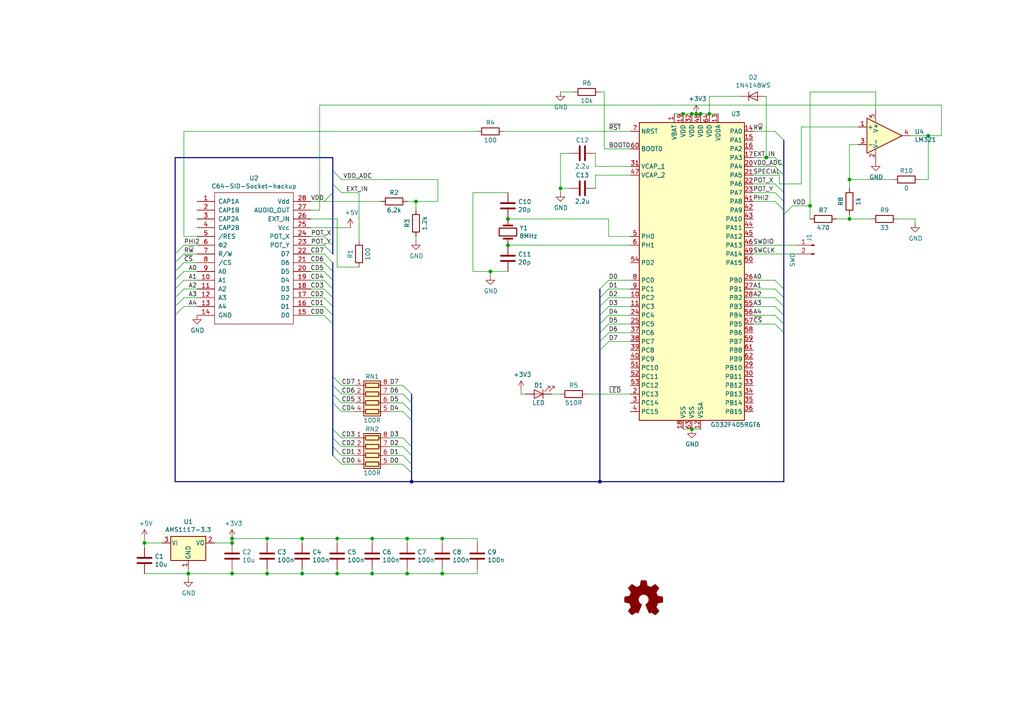
<source format=kicad_sch>
(kicad_sch (version 20230121) (generator eeschema)
  (paper "A4")
  (title_block (title "Kung Fu SID") (date "2023-05-22") (rev "1") (company "open hardware"))
  (lib_symbols
    (symbol "Amplifier_Operational:LM321" (pin_names (offset 0.127))
      (property "Reference" "U" (at 0 7.62 0))
      (property "Value" "LM321" (at 0 5.08 0))
      (symbol "LM321_0_1"
        (polyline (pts (xy -5.08 5.08) (xy 5.08 0) (xy -5.08 -5.08) (xy -5.08 5.08)) (stroke (width 0.254)) (fill (type background)))
      )
      (symbol "LM321_1_1"
        (pin input line (at -7.62 2.54 0) (length 2.54) (name "+") (number "1"))
        (pin power_in line (at -2.54 -7.62 90) (length 3.81) (name "V-") (number "2"))
        (pin input line (at -7.62 -2.54 0) (length 2.54) (name "-") (number "3"))
        (pin output line (at 7.62 0 180) (length 2.54) (name "~") (number "4"))
        (pin power_in line (at -2.54 7.62 270) (length 3.81) (name "V+") (number "5"))
      )
    )
    (symbol "KungFuSID-rescue:+3V3-power" (power) (pin_names (offset 0))
      (property "Value" "+3V3-power" (at 0 3.556 0))
      (symbol "+3V3-power_0_1"
        (polyline (pts (xy -0.762 1.27) (xy 0 2.54)))
        (polyline (pts (xy 0 0) (xy 0 2.54)))
        (polyline (pts (xy 0 2.54) (xy 0.762 1.27)))
      )
      (symbol "+3V3-power_1_1"
        (pin power_in line (at 0 0 90) (length 0) hide (name "+3V3") (number "1"))
      )
    )
    (symbol "KungFuSID-rescue:+5V-power" (power) (pin_names (offset 0))
      (property "Value" "+5V-power" (at 0 3.556 0))
      (symbol "+5V-power_0_1"
        (polyline (pts (xy -0.762 1.27) (xy 0 2.54)))
        (polyline (pts (xy 0 0) (xy 0 2.54)))
        (polyline (pts (xy 0 2.54) (xy 0.762 1.27)))
      )
      (symbol "+5V-power_1_1"
        (pin power_in line (at 0 0 90) (length 0) hide (name "+5V") (number "1"))
      )
    )
    (symbol "KungFuSID-rescue:AMS1117-3.3-Regulator_Linear" (pin_names (offset 0.254))
      (property "Reference" "U" (at -3.81 3.175 0))
      (property "Value" "AMS1117-3.3-Regulator_Linear" (at 0 3.175 0))
      (symbol "AMS1117-3.3-Regulator_Linear_0_1"
        (rectangle (start -5.08 -5.08) (end 5.08 1.905) (stroke (width 0.254)) (fill (type background)))
      )
      (symbol "AMS1117-3.3-Regulator_Linear_1_1"
        (pin power_in line (at 0 -7.62 90) (length 2.54) (name "GND") (number "1"))
        (pin power_out line (at 7.62 0 180) (length 2.54) (name "VO") (number "2"))
        (pin power_in line (at -7.62 0 0) (length 2.54) (name "VI") (number "3"))
      )
    )
    (symbol "KungFuSID-rescue:C-Device" (pin_numbers hide) (pin_names (offset 0.254))
      (property "Reference" "C" (at 0.635 2.54 0))
      (property "Value" "C-Device" (at 0.635 -2.54 0))
      (symbol "C-Device_0_1"
        (polyline (pts (xy -2.032 -0.762) (xy 2.032 -0.762)) (stroke (width 0.508)))
        (polyline (pts (xy -2.032 0.762) (xy 2.032 0.762)) (stroke (width 0.508)))
      )
      (symbol "C-Device_1_1"
        (pin passive line (at 0 3.81 270) (length 2.794) (name "~") (number "1"))
        (pin passive line (at 0 -3.81 90) (length 2.794) (name "~") (number "2"))
      )
    )
    (symbol "KungFuSID-rescue:C64-SID-Socket-hackup" (pin_names (offset 1.016))
      (property "Reference" "U" (at -10.16 43.18 0))
      (property "Value" "C64-SID-Socket-hackup" (at 0 1.27 0))
      (symbol "C64-SID-Socket-hackup_0_1"
        (rectangle (start -11.43 40.64) (end 11.43 2.54))
      )
      (symbol "C64-SID-Socket-hackup_1_1"
        (pin unspecified line (at -16.51 38.1 0) (length 5.08) (name "CAP1A") (number "1"))
        (pin input line (at -16.51 15.24 0) (length 5.08) (name "A1") (number "10"))
        (pin input line (at -16.51 12.7 0) (length 5.08) (name "A2") (number "11"))
        (pin input line (at -16.51 10.16 0) (length 5.08) (name "A3") (number "12"))
        (pin input line (at -16.51 7.62 0) (length 5.08) (name "A4") (number "13"))
        (pin power_in line (at -16.51 5.08 0) (length 5.08) (name "GND") (number "14"))
        (pin bidirectional line (at 16.51 5.08 180) (length 5.08) (name "D0") (number "15"))
        (pin bidirectional line (at 16.51 7.62 180) (length 5.08) (name "D1") (number "16"))
        (pin bidirectional line (at 16.51 10.16 180) (length 5.08) (name "D2") (number "17"))
        (pin bidirectional line (at 16.51 12.7 180) (length 5.08) (name "D3") (number "18"))
        (pin bidirectional line (at 16.51 15.24 180) (length 5.08) (name "D4") (number "19"))
        (pin unspecified line (at -16.51 35.56 0) (length 5.08) (name "CAP1B") (number "2"))
        (pin bidirectional line (at 16.51 17.78 180) (length 5.08) (name "D5") (number "20"))
        (pin bidirectional line (at 16.51 20.32 180) (length 5.08) (name "D6") (number "21"))
        (pin bidirectional line (at 16.51 22.86 180) (length 5.08) (name "D7") (number "22"))
        (pin input line (at 16.51 25.4 180) (length 5.08) (name "POT_Y") (number "23"))
        (pin input line (at 16.51 27.94 180) (length 5.08) (name "POT_X") (number "24"))
        (pin power_in line (at 16.51 30.48 180) (length 5.08) (name "Vcc") (number "25"))
        (pin input line (at 16.51 33.02 180) (length 5.08) (name "EXT_IN") (number "26"))
        (pin output line (at 16.51 35.56 180) (length 5.08) (name "AUDIO_OUT") (number "27"))
        (pin power_in line (at 16.51 38.1 180) (length 5.08) (name "Vdd") (number "28"))
        (pin unspecified line (at -16.51 33.02 0) (length 5.08) (name "CAP2A") (number "3"))
        (pin unspecified line (at -16.51 30.48 0) (length 5.08) (name "CAP2B") (number "4"))
        (pin input line (at -16.51 27.94 0) (length 5.08) (name "/RES") (number "5"))
        (pin input line (at -16.51 25.4 0) (length 5.08) (name "Φ2") (number "6"))
        (pin input line (at -16.51 22.86 0) (length 5.08) (name "R/W") (number "7"))
        (pin input line (at -16.51 20.32 0) (length 5.08) (name "/CS") (number "8"))
        (pin input line (at -16.51 17.78 0) (length 5.08) (name "A0") (number "9"))
      )
    )
    (symbol "KungFuSID-rescue:Conn_01x02_Male-Connector" (pin_names (offset 1.016) hide)
      (property "Reference" "J" (at 0 2.54 0))
      (property "Value" "Conn_01x02_Male-Connector" (at 0 -5.08 0))
      (symbol "Conn_01x02_Male-Connector_1_1"
        (polyline (pts (xy 1.27 -2.54) (xy 0.8636 -2.54)) (stroke (width 0.1524)))
        (polyline (pts (xy 1.27 0) (xy 0.8636 0)) (stroke (width 0.1524)))
        (rectangle (start 0.8636 -2.413) (end 0 -2.667) (stroke (width 0.1524)) (fill (type outline)))
        (rectangle (start 0.8636 0.127) (end 0 -0.127) (stroke (width 0.1524)) (fill (type outline)))
        (pin passive line (at 5.08 0 180) (length 3.81) (name "Pin_1") (number "1"))
        (pin passive line (at 5.08 -2.54 180) (length 3.81) (name "Pin_2") (number "2"))
      )
    )
    (symbol "KungFuSID-rescue:Crystal-Device" (pin_numbers hide) (pin_names (offset 1.016) hide)
      (property "Reference" "Y" (at 0 3.81 0))
      (property "Value" "Crystal-Device" (at 0 -3.81 0))
      (symbol "Crystal-Device_0_1"
        (rectangle (start -1.143 2.54) (end 1.143 -2.54) (stroke (width 0.3048)))
        (polyline (pts (xy -2.54 0) (xy -1.905 0)))
        (polyline (pts (xy -1.905 -1.27) (xy -1.905 1.27)) (stroke (width 0.508)))
        (polyline (pts (xy 1.905 -1.27) (xy 1.905 1.27)) (stroke (width 0.508)))
        (polyline (pts (xy 2.54 0) (xy 1.905 0)))
      )
      (symbol "Crystal-Device_1_1"
        (pin passive line (at -3.81 0 0) (length 1.27) (name "1") (number "1"))
        (pin passive line (at 3.81 0 180) (length 1.27) (name "2") (number "2"))
      )
    )
    (symbol "KungFuSID-rescue:D-Device" (pin_numbers hide) (pin_names (offset 1.016) hide)
      (property "Reference" "D" (at 0 2.54 0))
      (property "Value" "D-Device" (at 0 -2.54 0))
      (symbol "D-Device_0_1"
        (polyline (pts (xy -1.27 -1.27) (xy -1.27 1.27)) (stroke (width 0.2032)))
        (polyline (pts (xy -1.27 0) (xy 1.27 0)))
        (polyline (pts (xy 1.27 -1.27) (xy 1.27 1.27) (xy -1.27 0) (xy 1.27 -1.27)) (stroke (width 0.2032)))
      )
      (symbol "D-Device_1_1"
        (pin passive line (at -3.81 0 0) (length 2.54) (name "K") (number "1"))
        (pin passive line (at 3.81 0 180) (length 2.54) (name "A") (number "2"))
      )
    )
    (symbol "KungFuSID-rescue:GD32F405RGT6-MCU_GD32"
      (property "Reference" "U" (at -15.24 44.45 0))
      (property "Value" "GD32F405RGT6-MCU_GD32" (at 10.16 44.45 0))
      (symbol "GD32F405RGT6-MCU_GD32_0_1"
        (rectangle (start -15.24 -43.18) (end 15.24 43.18) (stroke (width 0.254)) (fill (type background)))
      )
      (symbol "GD32F405RGT6-MCU_GD32_1_1"
        (pin power_in line (at -5.08 45.72 270) (length 2.54) (name "VBAT") (number "1"))
        (pin bidirectional line (at -17.78 -7.62 0) (length 2.54) (name "PC2") (number "10"))
        (pin bidirectional line (at -17.78 -10.16 0) (length 2.54) (name "PC3") (number "11"))
        (pin power_in line (at 2.54 -45.72 90) (length 2.54) (name "VSSA") (number "12"))
        (pin power_in line (at 7.62 45.72 270) (length 2.54) (name "VDDA") (number "13"))
        (pin bidirectional line (at 17.78 40.64 180) (length 2.54) (name "PA0") (number "14"))
        (pin bidirectional line (at 17.78 38.1 180) (length 2.54) (name "PA1") (number "15"))
        (pin bidirectional line (at 17.78 35.56 180) (length 2.54) (name "PA2") (number "16"))
        (pin bidirectional line (at 17.78 33.02 180) (length 2.54) (name "PA3") (number "17"))
        (pin power_in line (at -2.54 -45.72 90) (length 2.54) (name "VSS") (number "18"))
        (pin power_in line (at -2.54 45.72 270) (length 2.54) (name "VDD") (number "19"))
        (pin bidirectional line (at -17.78 -35.56 0) (length 2.54) (name "PC13") (number "2"))
        (pin bidirectional line (at 17.78 30.48 180) (length 2.54) (name "PA4") (number "20"))
        (pin bidirectional line (at 17.78 27.94 180) (length 2.54) (name "PA5") (number "21"))
        (pin bidirectional line (at 17.78 25.4 180) (length 2.54) (name "PA6") (number "22"))
        (pin bidirectional line (at 17.78 22.86 180) (length 2.54) (name "PA7") (number "23"))
        (pin bidirectional line (at -17.78 -12.7 0) (length 2.54) (name "PC4") (number "24"))
        (pin bidirectional line (at -17.78 -15.24 0) (length 2.54) (name "PC5") (number "25"))
        (pin bidirectional line (at 17.78 -2.54 180) (length 2.54) (name "PB0") (number "26"))
        (pin bidirectional line (at 17.78 -5.08 180) (length 2.54) (name "PB1") (number "27"))
        (pin bidirectional line (at 17.78 -7.62 180) (length 2.54) (name "PB2") (number "28"))
        (pin bidirectional line (at 17.78 -27.94 180) (length 2.54) (name "PB10") (number "29"))
        (pin bidirectional line (at -17.78 -38.1 0) (length 2.54) (name "PC14") (number "3"))
        (pin bidirectional line (at 17.78 -30.48 180) (length 2.54) (name "PB11") (number "30"))
        (pin power_in line (at -17.78 30.48 0) (length 2.54) (name "VCAP_1") (number "31"))
        (pin power_in line (at 0 45.72 270) (length 2.54) (name "VDD") (number "32"))
        (pin bidirectional line (at 17.78 -33.02 180) (length 2.54) (name "PB12") (number "33"))
        (pin bidirectional line (at 17.78 -35.56 180) (length 2.54) (name "PB13") (number "34"))
        (pin bidirectional line (at 17.78 -38.1 180) (length 2.54) (name "PB14") (number "35"))
        (pin bidirectional line (at 17.78 -40.64 180) (length 2.54) (name "PB15") (number "36"))
        (pin bidirectional line (at -17.78 -17.78 0) (length 2.54) (name "PC6") (number "37"))
        (pin bidirectional line (at -17.78 -20.32 0) (length 2.54) (name "PC7") (number "38"))
        (pin bidirectional line (at -17.78 -22.86 0) (length 2.54) (name "PC8") (number "39"))
        (pin bidirectional line (at -17.78 -40.64 0) (length 2.54) (name "PC15") (number "4"))
        (pin bidirectional line (at -17.78 -25.4 0) (length 2.54) (name "PC9") (number "40"))
        (pin bidirectional line (at 17.78 20.32 180) (length 2.54) (name "PA8") (number "41"))
        (pin bidirectional line (at 17.78 17.78 180) (length 2.54) (name "PA9") (number "42"))
        (pin bidirectional line (at 17.78 15.24 180) (length 2.54) (name "PA10") (number "43"))
        (pin bidirectional line (at 17.78 12.7 180) (length 2.54) (name "PA11") (number "44"))
        (pin bidirectional line (at 17.78 10.16 180) (length 2.54) (name "PA12") (number "45"))
        (pin bidirectional line (at 17.78 7.62 180) (length 2.54) (name "PA13") (number "46"))
        (pin power_in line (at -17.78 27.94 0) (length 2.54) (name "VCAP_2") (number "47"))
        (pin power_in line (at 2.54 45.72 270) (length 2.54) (name "VDD") (number "48"))
        (pin bidirectional line (at 17.78 5.08 180) (length 2.54) (name "PA14") (number "49"))
        (pin input line (at -17.78 10.16 0) (length 2.54) (name "PH0") (number "5"))
        (pin bidirectional line (at 17.78 2.54 180) (length 2.54) (name "PA15") (number "50"))
        (pin bidirectional line (at -17.78 -27.94 0) (length 2.54) (name "PC10") (number "51"))
        (pin bidirectional line (at -17.78 -30.48 0) (length 2.54) (name "PC11") (number "52"))
        (pin bidirectional line (at -17.78 -33.02 0) (length 2.54) (name "PC12") (number "53"))
        (pin bidirectional line (at -17.78 2.54 0) (length 2.54) (name "PD2") (number "54"))
        (pin bidirectional line (at 17.78 -10.16 180) (length 2.54) (name "PB3") (number "55"))
        (pin bidirectional line (at 17.78 -12.7 180) (length 2.54) (name "PB4") (number "56"))
        (pin bidirectional line (at 17.78 -15.24 180) (length 2.54) (name "PB5") (number "57"))
        (pin bidirectional line (at 17.78 -17.78 180) (length 2.54) (name "PB6") (number "58"))
        (pin bidirectional line (at 17.78 -20.32 180) (length 2.54) (name "PB7") (number "59"))
        (pin input line (at -17.78 7.62 0) (length 2.54) (name "PH1") (number "6"))
        (pin input line (at -17.78 35.56 0) (length 2.54) (name "BOOT0") (number "60"))
        (pin bidirectional line (at 17.78 -22.86 180) (length 2.54) (name "PB8") (number "61"))
        (pin bidirectional line (at 17.78 -25.4 180) (length 2.54) (name "PB9") (number "62"))
        (pin power_in line (at 0 -45.72 90) (length 2.54) (name "VSS") (number "63"))
        (pin power_in line (at 5.08 45.72 270) (length 2.54) (name "VDD") (number "64"))
        (pin input line (at -17.78 40.64 0) (length 2.54) (name "NRST") (number "7"))
        (pin bidirectional line (at -17.78 -2.54 0) (length 2.54) (name "PC0") (number "8"))
        (pin bidirectional line (at -17.78 -5.08 0) (length 2.54) (name "PC1") (number "9"))
      )
    )
    (symbol "KungFuSID-rescue:GND-power" (power) (pin_names (offset 0))
      (property "Value" "GND-power" (at 0 -3.81 0))
      (symbol "GND-power_0_1"
        (polyline (pts (xy 0 0) (xy 0 -1.27) (xy 1.27 -1.27) (xy 0 -2.54) (xy -1.27 -1.27) (xy 0 -1.27)))
      )
      (symbol "GND-power_1_1"
        (pin power_in line (at 0 0 270) (length 0) hide (name "GND") (number "1"))
      )
    )
    (symbol "KungFuSID-rescue:LED-Device" (pin_numbers hide) (pin_names (offset 1.016) hide)
      (property "Reference" "D" (at 0 2.54 0))
      (property "Value" "LED-Device" (at 0 -2.54 0))
      (symbol "LED-Device_0_1"
        (polyline (pts (xy -1.27 -1.27) (xy -1.27 1.27)) (stroke (width 0.2032)))
        (polyline (pts (xy -1.27 0) (xy 1.27 0)))
        (polyline (pts (xy 1.27 -1.27) (xy 1.27 1.27) (xy -1.27 0) (xy 1.27 -1.27)) (stroke (width 0.2032)))
        (polyline (pts (xy -3.048 -0.762) (xy -4.572 -2.286) (xy -3.81 -2.286) (xy -4.572 -2.286) (xy -4.572 -1.524)))
        (polyline (pts (xy -1.778 -0.762) (xy -3.302 -2.286) (xy -2.54 -2.286) (xy -3.302 -2.286) (xy -3.302 -1.524)))
      )
      (symbol "LED-Device_1_1"
        (pin passive line (at -3.81 0 0) (length 2.54) (name "K") (number "1"))
        (pin passive line (at 3.81 0 180) (length 2.54) (name "A") (number "2"))
      )
    )
    (symbol "KungFuSID-rescue:Logo_Open_Hardware_Small-Graphic" (pin_names (offset 1.016))
      (symbol "Logo_Open_Hardware_Small-Graphic_0_1"
        (polyline (pts (xy 3.3528 -4.3434) (xy 3.302 -4.318) (xy 3.175 -4.2418) (xy 2.9972 -4.1148) (xy 2.7686 -3.9624) (xy 2.54 -3.81) (xy 2.3622 -3.7084) (xy 2.2352 -3.6068) (xy 2.1844 -3.5814) (xy 2.159 -3.6068) (xy 2.0574 -3.6576) (xy 1.905 -3.7338) (xy 1.8034 -3.7846) (xy 1.6764 -3.8354) (xy 1.6002 -3.8354) (xy 1.6002 -3.8354) (xy 1.5494 -3.7338) (xy 1.4732 -3.5306) (xy 1.3462 -3.302) (xy 1.2446 -3.0226) (xy 1.1176 -2.7178) (xy 0.9652 -2.413) (xy 0.8636 -2.1082) (xy 0.7366 -1.8288) (xy 0.6604 -1.6256) (xy 0.6096 -1.4732) (xy 0.5842 -1.397) (xy 0.5842 -1.397) (xy 0.6604 -1.3208) (xy 0.7874 -1.2446) (xy 1.0414 -1.016) (xy 1.2954 -0.6858) (xy 1.4478 -0.3302) (xy 1.524 0.0762) (xy 1.4732 0.4572) (xy 1.3208 0.8128) (xy 1.0668 1.143) (xy 0.762 1.3716) (xy 0.4064 1.524) (xy 0 1.5748) (xy -0.381 1.5494) (xy -0.7366 1.397) (xy -1.0668 1.143) (xy -1.2192 0.9906) (xy -1.397 0.6604) (xy -1.524 0.3048) (xy -1.524 0.2286) (xy -1.4986 -0.1778) (xy -1.397 -0.5334) (xy -1.1938 -0.8636) (xy -0.9144 -1.143) (xy -0.8636 -1.1684) (xy -0.7366 -1.27) (xy -0.635 -1.3462) (xy -0.5842 -1.397) (xy -1.0668 -2.5908) (xy -1.143 -2.794) (xy -1.2954 -3.1242) (xy -1.397 -3.4036) (xy -1.4986 -3.6322) (xy -1.5748 -3.7846) (xy -1.6002 -3.8354) (xy -1.6002 -3.8354) (xy -1.651 -3.8354) (xy -1.7272 -3.81) (xy -1.905 -3.7338) (xy -2.0066 -3.683) (xy -2.1336 -3.6068) (xy -2.2098 -3.5814) (xy -2.2606 -3.6068) (xy -2.3622 -3.683) (xy -2.54 -3.81) (xy -2.7686 -3.9624) (xy -2.9718 -4.0894) (xy -3.1496 -4.2164) (xy -3.302 -4.318) (xy -3.3528 -4.3434) (xy -3.3782 -4.3434) (xy -3.429 -4.318) (xy -3.5306 -4.2164) (xy -3.7084 -4.064) (xy -3.937 -3.8354) (xy -3.9624 -3.81) (xy -4.1656 -3.6068) (xy -4.318 -3.4544) (xy -4.4196 -3.3274) (xy -4.445 -3.2766) (xy -4.445 -3.2766) (xy -4.4196 -3.2258) (xy -4.318 -3.0734) (xy -4.2164 -2.8956) (xy -4.064 -2.667) (xy -3.6576 -2.0828) (xy -3.8862 -1.5494) (xy -3.937 -1.3716) (xy -4.0386 -1.1684) (xy -4.0894 -1.0414) (xy -4.1148 -0.9652) (xy -4.191 -0.9398) (xy -4.318 -0.9144) (xy -4.5466 -0.8636) (xy -4.8006 -0.8128) (xy -5.0546 -0.7874) (xy -5.2578 -0.7366) (xy -5.4356 -0.7112) (xy -5.5118 -0.6858) (xy -5.5118 -0.6858) (xy -5.5372 -0.635) (xy -5.5372 -0.5588) (xy -5.5372 -0.4318) (xy -5.5626 -0.2286) (xy -5.5626 0.0762) (xy -5.5626 0.127) (xy -5.5372 0.4064) (xy -5.5372 0.635) (xy -5.5372 0.762) (xy -5.5372 0.8382) (xy -5.5372 0.8382) (xy -5.461 0.8382) (xy -5.3086 0.889) (xy -5.08 0.9144) (xy -4.826 0.9652) (xy -4.8006 0.9906) (xy -4.5466 1.0414) (xy -4.318 1.0668) (xy -4.1656 1.1176) (xy -4.0894 1.143) (xy -4.0894 1.143) (xy -4.0386 1.2446) (xy -3.9624 1.4224) (xy -3.8608 1.6256) (xy -3.7846 1.8288) (xy -3.7084 2.0066) (xy -3.6576 2.159) (xy -3.6322 2.2098) (xy -3.6322 2.2098) (xy -3.683 2.286) (xy -3.7592 2.413) (xy -3.8862 2.5908) (xy -4.064 2.8194) (xy -4.064 2.8448) (xy -4.2164 3.0734) (xy -4.3434 3.2512) (xy -4.4196 3.3782) (xy -4.445 3.4544) (xy -4.445 3.4544) (xy -4.3942 3.5052) (xy -4.2926 3.6322) (xy -4.1148 3.81) (xy -3.937 4.0132) (xy -3.8608 4.064) (xy -3.6576 4.2926) (xy -3.5052 4.4196) (xy -3.4036 4.4958) (xy -3.3528 4.5212) (xy -3.3528 4.5212) (xy -3.302 4.4704) (xy -3.1496 4.3688) (xy -2.9718 4.2418) (xy -2.7432 4.0894) (xy -2.7178 4.0894) (xy -2.4892 3.937) (xy -2.3114 3.81) (xy -2.1844 3.7084) (xy -2.1336 3.683) (xy -2.1082 3.683) (xy -2.032 3.7084) (xy -1.8542 3.7592) (xy -1.6764 3.8354) (xy -1.4732 3.937) (xy -1.27 4.0132) (xy -1.143 4.064) (xy -1.0668 4.1148) (xy -1.0668 4.1148) (xy -1.0414 4.191) (xy -1.016 4.3434) (xy -0.9652 4.572) (xy -0.9144 4.8514) (xy -0.889 4.9022) (xy -0.8382 5.1562) (xy -0.8128 5.3848) (xy -0.7874 5.5372) (xy -0.762 5.588) (xy -0.7112 5.6134) (xy -0.5842 5.6134) (xy -0.4064 5.6134) (xy -0.1524 5.6134) (xy 0.0762 5.6134) (xy 0.3302 5.6134) (xy 0.5334 5.6134) (xy 0.6858 5.588) (xy 0.7366 5.588) (xy 0.7366 5.588) (xy 0.762 5.5118) (xy 0.8128 5.334) (xy 0.8382 5.1054) (xy 0.9144 4.826) (xy 0.9144 4.7752) (xy 0.9652 4.5212) (xy 1.016 4.2926) (xy 1.0414 4.1402) (xy 1.0668 4.0894) (xy 1.0668 4.0894) (xy 1.1938 4.0386) (xy 1.3716 3.9624) (xy 1.5748 3.8608) (xy 2.0828 3.6576) (xy 2.7178 4.0894) (xy 2.7686 4.1402) (xy 2.9972 4.2926) (xy 3.175 4.4196) (xy 3.302 4.4958) (xy 3.3782 4.5212) (xy 3.3782 4.5212) (xy 3.429 4.4704) (xy 3.556 4.3434) (xy 3.7338 4.191) (xy 3.9116 3.9878) (xy 4.064 3.8354) (xy 4.2418 3.6576) (xy 4.3434 3.556) (xy 4.4196 3.4798) (xy 4.4196 3.429) (xy 4.4196 3.4036) (xy 4.3942 3.3274) (xy 4.2926 3.2004) (xy 4.1656 2.9972) (xy 4.0132 2.794) (xy 3.8862 2.5908) (xy 3.7592 2.3876) (xy 3.6576 2.2352) (xy 3.6322 2.159) (xy 3.6322 2.1336) (xy 3.683 2.0066) (xy 3.7592 1.8288) (xy 3.8608 1.6002) (xy 4.064 1.1176) (xy 4.3942 1.0414) (xy 4.5974 1.016) (xy 4.8768 0.9652) (xy 5.1308 0.9144) (xy 5.5372 0.8382) (xy 5.5626 -0.6604) (xy 5.4864 -0.6858) (xy 5.4356 -0.6858) (xy 5.2832 -0.7366) (xy 5.0546 -0.762) (xy 4.8006 -0.8128) (xy 4.5974 -0.8636) (xy 4.3688 -0.9144) (xy 4.2164 -0.9398) (xy 4.1402 -0.9398) (xy 4.1148 -0.9652) (xy 4.064 -1.0668) (xy 3.9878 -1.2446) (xy 3.9116 -1.4478) (xy 3.81 -1.651) (xy 3.7338 -1.8542) (xy 3.683 -2.0066) (xy 3.6576 -2.0828) (xy 3.683 -2.1336) (xy 3.7846 -2.2606) (xy 3.8862 -2.4638) (xy 4.0386 -2.667) (xy 4.191 -2.8956) (xy 4.318 -3.0734) (xy 4.3942 -3.2004) (xy 4.445 -3.2766) (xy 4.4196 -3.3274) (xy 4.3434 -3.429) (xy 4.1656 -3.5814) (xy 3.937 -3.8354) (xy 3.8862 -3.8608) (xy 3.683 -4.064) (xy 3.5306 -4.2164) (xy 3.4036 -4.318) (xy 3.3528 -4.3434)) (fill (type outline)))
      )
    )
    (symbol "KungFuSID-rescue:R-Device" (pin_numbers hide) (pin_names (offset 0))
      (property "Reference" "R" (at 2.032 0 90))
      (property "Value" "R-Device" (at 0 0 90))
      (symbol "R-Device_0_1"
        (rectangle (start -1.016 -2.54) (end 1.016 2.54) (stroke (width 0.254)))
      )
      (symbol "R-Device_1_1"
        (pin passive line (at 0 3.81 270) (length 1.27) (name "~") (number "1"))
        (pin passive line (at 0 -3.81 90) (length 1.27) (name "~") (number "2"))
      )
    )
    (symbol "KungFuSID-rescue:R_Pack04-Device" (pin_names (offset 0) hide)
      (property "Reference" "RN" (at -7.62 0 90))
      (property "Value" "R_Pack04-Device" (at 5.08 0 90))
      (symbol "R_Pack04-Device_0_1"
        (rectangle (start -6.35 -2.413) (end 3.81 2.413) (stroke (width 0.254)) (fill (type background)))
        (rectangle (start -5.715 1.905) (end -4.445 -1.905) (stroke (width 0.254)))
        (rectangle (start -3.175 1.905) (end -1.905 -1.905) (stroke (width 0.254)))
        (rectangle (start -0.635 1.905) (end 0.635 -1.905) (stroke (width 0.254)))
        (polyline (pts (xy -5.08 -2.54) (xy -5.08 -1.905)))
        (polyline (pts (xy -5.08 1.905) (xy -5.08 2.54)))
        (polyline (pts (xy -2.54 -2.54) (xy -2.54 -1.905)))
        (polyline (pts (xy -2.54 1.905) (xy -2.54 2.54)))
        (polyline (pts (xy 0 -2.54) (xy 0 -1.905)))
        (polyline (pts (xy 0 1.905) (xy 0 2.54)))
        (polyline (pts (xy 2.54 -2.54) (xy 2.54 -1.905)))
        (polyline (pts (xy 2.54 1.905) (xy 2.54 2.54)))
        (rectangle (start 1.905 1.905) (end 3.175 -1.905) (stroke (width 0.254)))
      )
      (symbol "R_Pack04-Device_1_1"
        (pin passive line (at -5.08 -5.08 90) (length 2.54) (name "R1.1") (number "1"))
        (pin passive line (at -2.54 -5.08 90) (length 2.54) (name "R2.1") (number "2"))
        (pin passive line (at 0 -5.08 90) (length 2.54) (name "R3.1") (number "3"))
        (pin passive line (at 2.54 -5.08 90) (length 2.54) (name "R4.1") (number "4"))
        (pin passive line (at 2.54 5.08 270) (length 2.54) (name "R4.2") (number "5"))
        (pin passive line (at 0 5.08 270) (length 2.54) (name "R3.2") (number "6"))
        (pin passive line (at -2.54 5.08 270) (length 2.54) (name "R2.2") (number "7"))
        (pin passive line (at -5.08 5.08 270) (length 2.54) (name "R1.2") (number "8"))
      )
    )
  )
  (junction (at 198.12 33.02))
  (junction (at 234.95 59.69))
  (junction (at 87.63 166.37))
  (junction (at 200.66 124.46))
  (junction (at 162.56 54.61))
  (junction (at 77.47 156.21))
  (junction (at 269.24 39.37))
  (junction (at 107.95 166.37))
  (junction (at 147.32 71.12))
  (junction (at 67.31 156.21))
  (junction (at 107.95 156.21))
  (junction (at 77.47 166.37))
  (junction (at 67.31 166.37))
  (junction (at 205.74 33.02))
  (junction (at 246.38 63.5))
  (junction (at 54.61 166.37))
  (junction (at 119.38 139.7))
  (junction (at 203.2 33.02))
  (junction (at 222.25 45.72))
  (junction (at 246.38 52.07))
  (junction (at 120.65 58.42))
  (junction (at 201.93 33.02))
  (junction (at 128.27 166.37))
  (junction (at 97.79 156.21))
  (junction (at 173.99 139.7))
  (junction (at 118.11 156.21))
  (junction (at 67.31 157.48))
  (junction (at 142.24 78.74))
  (junction (at 147.32 63.5))
  (junction (at 128.27 156.21))
  (junction (at 97.79 166.37))
  (junction (at 87.63 156.21))
  (junction (at 200.66 33.02))
  (junction (at 41.91 157.48))
  (junction (at 118.11 166.37))
  (bus_entry (at 53.34 83.82) (size -2.54 2.54))
  (bus_entry (at 116.84 116.84) (size 2.54 2.54))
  (bus_entry (at 116.84 132.08) (size 2.54 2.54))
  (bus_entry (at 173.99 96.52) (size 2.54 -2.54))
  (bus_entry (at 96.52 93.98) (size -2.54 -2.54))
  (bus_entry (at 53.34 88.9) (size -2.54 2.54))
  (bus_entry (at 116.84 129.54) (size 2.54 2.54))
  (bus_entry (at 224.79 81.28) (size 2.54 2.54))
  (bus_entry (at 53.34 86.36) (size -2.54 2.54))
  (bus_entry (at 96.52 116.84) (size 2.54 2.54))
  (bus_entry (at 224.79 38.1) (size 2.54 2.54))
  (bus_entry (at 96.52 86.36) (size -2.54 -2.54))
  (bus_entry (at 224.79 45.72) (size 2.54 2.54))
  (bus_entry (at 224.79 53.34) (size 2.54 2.54))
  (bus_entry (at 224.79 58.42) (size 2.54 2.54))
  (bus_entry (at 96.52 114.3) (size 2.54 2.54))
  (bus_entry (at 173.99 93.98) (size 2.54 -2.54))
  (bus_entry (at 224.79 48.26) (size 2.54 2.54))
  (bus_entry (at 96.52 81.28) (size -2.54 -2.54))
  (bus_entry (at 224.79 91.44) (size 2.54 2.54))
  (bus_entry (at 96.52 73.66) (size -2.54 -2.54))
  (bus_entry (at 173.99 88.9) (size 2.54 -2.54))
  (bus_entry (at 173.99 99.06) (size 2.54 -2.54))
  (bus_entry (at 50.8 73.66) (size 2.54 -2.54))
  (bus_entry (at 96.52 132.08) (size 2.54 2.54))
  (bus_entry (at 173.99 101.6) (size 2.54 -2.54))
  (bus_entry (at 96.52 124.46) (size 2.54 2.54))
  (bus_entry (at 99.06 52.07) (size -2.54 -2.54))
  (bus_entry (at 96.52 109.22) (size 2.54 2.54))
  (bus_entry (at 96.52 127) (size 2.54 2.54))
  (bus_entry (at 224.79 93.98) (size 2.54 2.54))
  (bus_entry (at 173.99 83.82) (size 2.54 -2.54))
  (bus_entry (at 96.52 83.82) (size -2.54 -2.54))
  (bus_entry (at 50.8 76.2) (size 2.54 -2.54))
  (bus_entry (at 224.79 86.36) (size 2.54 2.54))
  (bus_entry (at 96.52 55.88) (size -2.54 2.54))
  (bus_entry (at 53.34 81.28) (size -2.54 2.54))
  (bus_entry (at 224.79 83.82) (size 2.54 2.54))
  (bus_entry (at 116.84 119.38) (size 2.54 2.54))
  (bus_entry (at 116.84 111.76) (size 2.54 2.54))
  (bus_entry (at 96.52 111.76) (size 2.54 2.54))
  (bus_entry (at 99.06 55.88) (size -2.54 -2.54))
  (bus_entry (at 96.52 78.74) (size -2.54 -2.54))
  (bus_entry (at 53.34 78.74) (size -2.54 2.54))
  (bus_entry (at 224.79 55.88) (size 2.54 2.54))
  (bus_entry (at 116.84 114.3) (size 2.54 2.54))
  (bus_entry (at 50.8 78.74) (size 2.54 -2.54))
  (bus_entry (at 229.87 59.69) (size -2.54 2.54))
  (bus_entry (at 96.52 71.12) (size -2.54 -2.54))
  (bus_entry (at 96.52 88.9) (size -2.54 -2.54))
  (bus_entry (at 116.84 134.62) (size 2.54 2.54))
  (bus_entry (at 96.52 76.2) (size -2.54 -2.54))
  (bus_entry (at 116.84 127) (size 2.54 2.54))
  (bus_entry (at 96.52 129.54) (size 2.54 2.54))
  (bus_entry (at 224.79 88.9) (size 2.54 2.54))
  (bus_entry (at 173.99 86.36) (size 2.54 -2.54))
  (bus_entry (at 96.52 91.44) (size -2.54 -2.54))
  (bus_entry (at 173.99 91.44) (size 2.54 -2.54))
  (wire (pts (xy 142.24 78.74) (xy 142.24 80.01)))
  (bus (pts (xy 96.52 49.53) (xy 96.52 53.34)))
  (bus (pts (xy 227.33 48.26) (xy 227.33 50.8)))
  (wire (pts (xy 218.44 53.34) (xy 224.79 53.34)))
  (bus (pts (xy 227.33 96.52) (xy 227.33 139.7)))
  (wire (pts (xy 53.34 88.9) (xy 57.15 88.9)))
  (wire (pts (xy 218.44 58.42) (xy 224.79 58.42)))
  (bus (pts (xy 96.52 45.72) (xy 50.8 45.72)))
  (wire (pts (xy 53.34 68.58) (xy 57.15 68.58)))
  (wire (pts (xy 182.88 50.8) (xy 172.72 50.8)))
  (wire (pts (xy 200.66 33.02) (xy 201.93 33.02)))
  (wire (pts (xy 138.43 165.1) (xy 138.43 166.37)))
  (wire (pts (xy 67.31 157.48) (xy 67.31 156.21)))
  (bus (pts (xy 96.52 129.54) (xy 96.52 132.08)))
  (wire (pts (xy 53.34 76.2) (xy 57.15 76.2)))
  (wire (pts (xy 107.95 157.48) (xy 107.95 156.21)))
  (wire (pts (xy 99.06 111.76) (xy 102.87 111.76)))
  (bus (pts (xy 173.99 99.06) (xy 173.99 101.6)))
  (bus (pts (xy 96.52 76.2) (xy 96.52 78.74)))
  (bus (pts (xy 173.99 83.82) (xy 173.99 86.36)))
  (wire (pts (xy 172.72 50.8) (xy 172.72 54.61)))
  (bus (pts (xy 96.52 109.22) (xy 96.52 111.76)))
  (wire (pts (xy 252.73 63.5) (xy 246.38 63.5)))
  (wire (pts (xy 176.53 86.36) (xy 182.88 86.36)))
  (wire (pts (xy 205.74 33.02) (xy 208.28 33.02)))
  (bus (pts (xy 119.38 129.54) (xy 119.38 132.08)))
  (bus (pts (xy 119.38 119.38) (xy 119.38 121.92)))
  (bus (pts (xy 173.99 101.6) (xy 173.99 139.7)))
  (wire (pts (xy 90.17 68.58) (xy 93.98 68.58)))
  (wire (pts (xy 90.17 66.04) (xy 101.6 66.04)))
  (wire (pts (xy 218.44 71.12) (xy 231.14 71.12)))
  (wire (pts (xy 41.91 156.21) (xy 41.91 157.48)))
  (bus (pts (xy 96.52 91.44) (xy 96.52 93.98)))
  (wire (pts (xy 53.34 71.12) (xy 57.15 71.12)))
  (wire (pts (xy 99.06 132.08) (xy 102.87 132.08)))
  (wire (pts (xy 128.27 157.48) (xy 128.27 156.21)))
  (wire (pts (xy 218.44 48.26) (xy 224.79 48.26)))
  (wire (pts (xy 97.79 157.48) (xy 97.79 156.21)))
  (wire (pts (xy 203.2 33.02) (xy 205.74 33.02)))
  (wire (pts (xy 93.98 88.9) (xy 90.17 88.9)))
  (wire (pts (xy 93.98 58.42) (xy 110.49 58.42)))
  (bus (pts (xy 96.52 111.76) (xy 96.52 114.3)))
  (wire (pts (xy 234.95 59.69) (xy 229.87 59.69)))
  (wire (pts (xy 118.11 156.21) (xy 128.27 156.21)))
  (bus (pts (xy 96.52 55.88) (xy 96.52 71.12)))
  (bus (pts (xy 173.99 93.98) (xy 173.99 96.52)))
  (wire (pts (xy 269.24 39.37) (xy 273.05 39.37)))
  (wire (pts (xy 54.61 166.37) (xy 67.31 166.37)))
  (wire (pts (xy 246.38 54.61) (xy 246.38 52.07)))
  (wire (pts (xy 218.44 55.88) (xy 224.79 55.88)))
  (wire (pts (xy 93.98 86.36) (xy 90.17 86.36)))
  (wire (pts (xy 93.98 73.66) (xy 90.17 73.66)))
  (wire (pts (xy 113.03 111.76) (xy 116.84 111.76)))
  (bus (pts (xy 227.33 55.88) (xy 227.33 58.42)))
  (wire (pts (xy 104.14 55.88) (xy 104.14 69.85)))
  (wire (pts (xy 260.35 63.5) (xy 265.43 63.5)))
  (bus (pts (xy 96.52 114.3) (xy 96.52 116.84)))
  (wire (pts (xy 92.71 30.48) (xy 92.71 60.96)))
  (wire (pts (xy 113.03 132.08) (xy 116.84 132.08)))
  (wire (pts (xy 151.13 114.3) (xy 152.4 114.3)))
  (wire (pts (xy 218.44 50.8) (xy 226.06 50.8)))
  (bus (pts (xy 50.8 139.7) (xy 119.38 139.7)))
  (bus (pts (xy 96.52 53.34) (xy 96.52 55.88)))
  (wire (pts (xy 264.16 39.37) (xy 269.24 39.37)))
  (wire (pts (xy 67.31 165.1) (xy 67.31 166.37)))
  (wire (pts (xy 218.44 83.82) (xy 224.79 83.82)))
  (wire (pts (xy 172.72 44.45) (xy 172.72 48.26)))
  (bus (pts (xy 227.33 60.96) (xy 227.33 62.23)))
  (wire (pts (xy 218.44 91.44) (xy 224.79 91.44)))
  (wire (pts (xy 172.72 48.26) (xy 182.88 48.26)))
  (wire (pts (xy 87.63 165.1) (xy 87.63 166.37)))
  (bus (pts (xy 96.52 116.84) (xy 96.52 124.46)))
  (bus (pts (xy 173.99 139.7) (xy 227.33 139.7)))
  (wire (pts (xy 57.15 86.36) (xy 53.34 86.36)))
  (bus (pts (xy 119.38 121.92) (xy 119.38 129.54)))
  (bus (pts (xy 227.33 62.23) (xy 227.33 83.82)))
  (bus (pts (xy 96.52 83.82) (xy 96.52 86.36)))
  (wire (pts (xy 265.43 63.5) (xy 265.43 64.77)))
  (bus (pts (xy 50.8 91.44) (xy 50.8 139.7)))
  (wire (pts (xy 113.03 129.54) (xy 116.84 129.54)))
  (wire (pts (xy 246.38 52.07) (xy 246.38 41.91)))
  (wire (pts (xy 97.79 156.21) (xy 107.95 156.21)))
  (bus (pts (xy 227.33 50.8) (xy 227.33 55.88)))
  (wire (pts (xy 107.95 156.21) (xy 118.11 156.21)))
  (wire (pts (xy 127 52.07) (xy 99.06 52.07)))
  (wire (pts (xy 142.24 78.74) (xy 147.32 78.74)))
  (wire (pts (xy 162.56 54.61) (xy 165.1 54.61)))
  (bus (pts (xy 50.8 83.82) (xy 50.8 86.36)))
  (wire (pts (xy 93.98 81.28) (xy 90.17 81.28)))
  (wire (pts (xy 118.11 58.42) (xy 120.65 58.42)))
  (wire (pts (xy 246.38 62.23) (xy 246.38 63.5)))
  (wire (pts (xy 200.66 124.46) (xy 203.2 124.46)))
  (bus (pts (xy 96.52 93.98) (xy 96.52 109.22)))
  (wire (pts (xy 173.99 26.67) (xy 175.26 26.67)))
  (wire (pts (xy 87.63 157.48) (xy 87.63 156.21)))
  (wire (pts (xy 54.61 165.1) (xy 54.61 166.37)))
  (wire (pts (xy 107.95 166.37) (xy 118.11 166.37)))
  (wire (pts (xy 120.65 58.42) (xy 120.65 60.96)))
  (wire (pts (xy 218.44 38.1) (xy 224.79 38.1)))
  (wire (pts (xy 170.18 114.3) (xy 182.88 114.3)))
  (bus (pts (xy 173.99 91.44) (xy 173.99 93.98)))
  (wire (pts (xy 87.63 156.21) (xy 97.79 156.21)))
  (wire (pts (xy 107.95 165.1) (xy 107.95 166.37)))
  (bus (pts (xy 227.33 40.64) (xy 227.33 48.26)))
  (wire (pts (xy 138.43 38.1) (xy 53.34 38.1)))
  (wire (pts (xy 273.05 39.37) (xy 273.05 30.48)))
  (wire (pts (xy 90.17 63.5) (xy 97.79 63.5)))
  (wire (pts (xy 53.34 78.74) (xy 57.15 78.74)))
  (wire (pts (xy 99.06 127) (xy 102.87 127)))
  (wire (pts (xy 53.34 38.1) (xy 53.34 68.58)))
  (wire (pts (xy 62.23 157.48) (xy 67.31 157.48)))
  (wire (pts (xy 147.32 71.12) (xy 182.88 71.12)))
  (bus (pts (xy 119.38 132.08) (xy 119.38 134.62)))
  (wire (pts (xy 147.32 55.88) (xy 137.16 55.88)))
  (bus (pts (xy 173.99 86.36) (xy 173.99 88.9)))
  (bus (pts (xy 50.8 86.36) (xy 50.8 88.9)))
  (wire (pts (xy 218.44 93.98) (xy 224.79 93.98)))
  (wire (pts (xy 93.98 83.82) (xy 90.17 83.82)))
  (wire (pts (xy 57.15 81.28) (xy 53.34 81.28)))
  (wire (pts (xy 176.53 81.28) (xy 182.88 81.28)))
  (wire (pts (xy 77.47 165.1) (xy 77.47 166.37)))
  (bus (pts (xy 50.8 73.66) (xy 50.8 76.2)))
  (bus (pts (xy 96.52 45.72) (xy 96.52 49.53)))
  (wire (pts (xy 54.61 166.37) (xy 54.61 167.64)))
  (wire (pts (xy 214.63 27.94) (xy 205.74 27.94)))
  (bus (pts (xy 50.8 78.74) (xy 50.8 81.28)))
  (wire (pts (xy 176.53 99.06) (xy 182.88 99.06)))
  (wire (pts (xy 201.93 33.02) (xy 203.2 33.02)))
  (wire (pts (xy 113.03 119.38) (xy 116.84 119.38)))
  (wire (pts (xy 113.03 116.84) (xy 116.84 116.84)))
  (wire (pts (xy 113.03 134.62) (xy 116.84 134.62)))
  (wire (pts (xy 118.11 157.48) (xy 118.11 156.21)))
  (wire (pts (xy 67.31 166.37) (xy 77.47 166.37)))
  (wire (pts (xy 118.11 166.37) (xy 128.27 166.37)))
  (wire (pts (xy 254 26.67) (xy 254 31.75)))
  (wire (pts (xy 113.03 127) (xy 116.84 127)))
  (wire (pts (xy 175.26 43.18) (xy 175.26 26.67)))
  (wire (pts (xy 269.24 52.07) (xy 266.7 52.07)))
  (wire (pts (xy 198.12 124.46) (xy 200.66 124.46)))
  (bus (pts (xy 96.52 81.28) (xy 96.52 83.82)))
  (wire (pts (xy 222.25 45.72) (xy 222.25 27.94)))
  (wire (pts (xy 93.98 76.2) (xy 90.17 76.2)))
  (wire (pts (xy 195.58 33.02) (xy 198.12 33.02)))
  (wire (pts (xy 176.53 93.98) (xy 182.88 93.98)))
  (wire (pts (xy 218.44 73.66) (xy 231.14 73.66)))
  (bus (pts (xy 96.52 78.74) (xy 96.52 81.28)))
  (wire (pts (xy 162.56 44.45) (xy 162.56 54.61)))
  (wire (pts (xy 226.06 53.34) (xy 232.41 53.34)))
  (wire (pts (xy 128.27 166.37) (xy 138.43 166.37)))
  (wire (pts (xy 176.53 91.44) (xy 182.88 91.44)))
  (bus (pts (xy 173.99 96.52) (xy 173.99 99.06)))
  (wire (pts (xy 128.27 165.1) (xy 128.27 166.37)))
  (wire (pts (xy 218.44 88.9) (xy 224.79 88.9)))
  (wire (pts (xy 128.27 156.21) (xy 138.43 156.21)))
  (wire (pts (xy 104.14 77.47) (xy 97.79 77.47)))
  (wire (pts (xy 99.06 134.62) (xy 102.87 134.62)))
  (bus (pts (xy 227.33 93.98) (xy 227.33 96.52)))
  (wire (pts (xy 176.53 88.9) (xy 182.88 88.9)))
  (wire (pts (xy 53.34 73.66) (xy 57.15 73.66)))
  (wire (pts (xy 41.91 157.48) (xy 41.91 158.75)))
  (wire (pts (xy 176.53 68.58) (xy 182.88 68.58)))
  (wire (pts (xy 120.65 69.85) (xy 120.65 68.58)))
  (wire (pts (xy 118.11 165.1) (xy 118.11 166.37)))
  (wire (pts (xy 146.05 38.1) (xy 182.88 38.1)))
  (wire (pts (xy 218.44 81.28) (xy 224.79 81.28)))
  (wire (pts (xy 175.26 43.18) (xy 182.88 43.18)))
  (wire (pts (xy 97.79 166.37) (xy 107.95 166.37)))
  (wire (pts (xy 269.24 39.37) (xy 269.24 52.07)))
  (wire (pts (xy 99.06 119.38) (xy 102.87 119.38)))
  (wire (pts (xy 99.06 114.3) (xy 102.87 114.3)))
  (wire (pts (xy 165.1 44.45) (xy 162.56 44.45)))
  (wire (pts (xy 198.12 33.02) (xy 200.66 33.02)))
  (wire (pts (xy 93.98 78.74) (xy 90.17 78.74)))
  (wire (pts (xy 53.34 83.82) (xy 57.15 83.82)))
  (wire (pts (xy 176.53 83.82) (xy 182.88 83.82)))
  (bus (pts (xy 227.33 88.9) (xy 227.33 91.44)))
  (wire (pts (xy 151.13 113.03) (xy 151.13 114.3)))
  (wire (pts (xy 205.74 27.94) (xy 205.74 33.02)))
  (bus (pts (xy 119.38 137.16) (xy 119.38 139.7)))
  (wire (pts (xy 46.99 157.48) (xy 41.91 157.48)))
  (wire (pts (xy 97.79 77.47) (xy 97.79 63.5)))
  (wire (pts (xy 90.17 58.42) (xy 93.98 58.42)))
  (wire (pts (xy 92.71 30.48) (xy 273.05 30.48)))
  (bus (pts (xy 227.33 58.42) (xy 227.33 60.96)))
  (wire (pts (xy 248.92 36.83) (xy 232.41 36.83)))
  (wire (pts (xy 218.44 45.72) (xy 222.25 45.72)))
  (wire (pts (xy 176.53 96.52) (xy 182.88 96.52)))
  (wire (pts (xy 162.56 26.67) (xy 166.37 26.67)))
  (bus (pts (xy 173.99 88.9) (xy 173.99 91.44)))
  (wire (pts (xy 90.17 71.12) (xy 93.98 71.12)))
  (wire (pts (xy 87.63 166.37) (xy 97.79 166.37)))
  (wire (pts (xy 77.47 156.21) (xy 87.63 156.21)))
  (bus (pts (xy 119.38 139.7) (xy 173.99 139.7)))
  (bus (pts (xy 119.38 134.62) (xy 119.38 137.16)))
  (wire (pts (xy 222.25 45.72) (xy 224.79 45.72)))
  (wire (pts (xy 137.16 55.88) (xy 137.16 78.74)))
  (wire (pts (xy 138.43 157.48) (xy 138.43 156.21)))
  (bus (pts (xy 96.52 86.36) (xy 96.52 88.9)))
  (wire (pts (xy 218.44 86.36) (xy 224.79 86.36)))
  (bus (pts (xy 96.52 127) (xy 96.52 129.54)))
  (wire (pts (xy 120.65 58.42) (xy 127 58.42)))
  (bus (pts (xy 50.8 81.28) (xy 50.8 83.82)))
  (bus (pts (xy 50.8 45.72) (xy 50.8 73.66)))
  (wire (pts (xy 99.06 55.88) (xy 104.14 55.88)))
  (wire (pts (xy 99.06 129.54) (xy 102.87 129.54)))
  (wire (pts (xy 113.03 114.3) (xy 116.84 114.3)))
  (wire (pts (xy 67.31 156.21) (xy 77.47 156.21)))
  (wire (pts (xy 226.06 50.8) (xy 226.06 53.34)))
  (wire (pts (xy 234.95 26.67) (xy 234.95 59.69)))
  (wire (pts (xy 97.79 165.1) (xy 97.79 166.37)))
  (bus (pts (xy 50.8 76.2) (xy 50.8 78.74)))
  (bus (pts (xy 119.38 116.84) (xy 119.38 119.38)))
  (wire (pts (xy 254 26.67) (xy 234.95 26.67)))
  (wire (pts (xy 246.38 52.07) (xy 259.08 52.07)))
  (wire (pts (xy 99.06 116.84) (xy 102.87 116.84)))
  (wire (pts (xy 232.41 36.83) (xy 232.41 53.34)))
  (wire (pts (xy 234.95 63.5) (xy 234.95 59.69)))
  (bus (pts (xy 119.38 114.3) (xy 119.38 116.84)))
  (wire (pts (xy 41.91 166.37) (xy 54.61 166.37)))
  (wire (pts (xy 93.98 91.44) (xy 90.17 91.44)))
  (bus (pts (xy 96.52 124.46) (xy 96.52 127)))
  (bus (pts (xy 227.33 83.82) (xy 227.33 86.36)))
  (wire (pts (xy 77.47 157.48) (xy 77.47 156.21)))
  (wire (pts (xy 127 58.42) (xy 127 52.07)))
  (wire (pts (xy 162.56 54.61) (xy 162.56 55.88)))
  (bus (pts (xy 96.52 71.12) (xy 96.52 73.66)))
  (wire (pts (xy 246.38 41.91) (xy 248.92 41.91)))
  (bus (pts (xy 96.52 88.9) (xy 96.52 91.44)))
  (wire (pts (xy 147.32 63.5) (xy 176.53 63.5)))
  (wire (pts (xy 160.02 114.3) (xy 162.56 114.3)))
  (wire (pts (xy 77.47 166.37) (xy 87.63 166.37)))
  (bus (pts (xy 227.33 91.44) (xy 227.33 93.98)))
  (wire (pts (xy 246.38 63.5) (xy 242.57 63.5)))
  (wire (pts (xy 137.16 78.74) (xy 142.24 78.74)))
  (wire (pts (xy 90.17 60.96) (xy 92.71 60.96)))
  (bus (pts (xy 50.8 88.9) (xy 50.8 91.44)))
  (bus (pts (xy 227.33 86.36) (xy 227.33 88.9)))
  (wire (pts (xy 176.53 63.5) (xy 176.53 68.58)))
  (label "D6" (at 176.53 96.52 0))
  (label "A1" (at 218.44 83.82 0))
  (label "D5" (at 113.03 116.84 0))
  (label "CD5" (at 99.06 116.84 0))
  (label "~{CS}" (at 53.34 76.2 0))
  (label "D3" (at 176.53 88.9 0))
  (label "A4" (at 218.44 91.44 0))
  (label "A0" (at 57.15 78.74 180))
  (label "A2" (at 57.15 83.82 180))
  (label "CD4" (at 93.98 81.28 180))
  (label "CD2" (at 99.06 129.54 0))
  (label "CD0" (at 93.98 91.44 180))
  (label "BOOT0" (at 176.53 43.18 0))
  (label "CD3" (at 99.06 127 0))
  (label "D0" (at 113.03 134.62 0))
  (label "R~{W}" (at 53.34 73.66 0))
  (label "CD0" (at 99.06 134.62 0))
  (label "CD1" (at 93.98 88.9 180))
  (label "~{RST}" (at 176.53 38.1 0))
  (label "D4" (at 176.53 91.44 0))
  (label "A2" (at 218.44 86.36 0))
  (label "D5" (at 176.53 93.98 0))
  (label "A1" (at 57.15 81.28 180))
  (label "VDD" (at 233.68 59.69 180))
  (label "POT_Y" (at 218.44 55.88 0))
  (label "SPECIAL" (at 218.44 50.8 0))
  (label "CD7" (at 93.98 73.66 180))
  (label "VDD" (at 93.98 58.42 180))
  (label "R~{W}" (at 218.44 38.1 0))
  (label "CD4" (at 99.06 119.38 0))
  (label "POT_Y" (at 90.17 71.12 0))
  (label "CD3" (at 93.98 83.82 180))
  (label "D7" (at 113.03 111.76 0))
  (label "POT_X" (at 90.17 68.58 0))
  (label "D4" (at 113.03 119.38 0))
  (label "VDD_ADC" (at 218.44 48.26 0))
  (label "D1" (at 176.53 83.82 0))
  (label "A4" (at 57.15 88.9 180))
  (label "A0" (at 218.44 81.28 0))
  (label "CD7" (at 99.06 111.76 0))
  (label "CD5" (at 93.98 78.74 180))
  (label "POT_X" (at 218.44 53.34 0))
  (label "~{CS}" (at 218.44 93.98 0))
  (label "VDD_ADC" (at 107.95 52.07 180))
  (label "D0" (at 176.53 81.28 0))
  (label "PHI2" (at 218.44 58.42 0))
  (label "A3" (at 57.15 86.36 180))
  (label "EXT_IN" (at 100.33 55.88 0))
  (label "EXT_IN" (at 218.44 45.72 0))
  (label "SWCLK" (at 218.44 73.66 0))
  (label "D3" (at 113.03 127 0))
  (label "~{LED}" (at 176.53 114.3 0))
  (label "D2" (at 176.53 86.36 0))
  (label "D6" (at 113.03 114.3 0))
  (label "SWDIO" (at 218.44 71.12 0))
  (label "PHI2" (at 53.34 71.12 0))
  (label "D1" (at 113.03 132.08 0))
  (label "CD6" (at 99.06 114.3 0))
  (label "D2" (at 113.03 129.54 0))
  (label "D7" (at 176.53 99.06 0))
  (label "CD2" (at 93.98 86.36 180))
  (label "CD1" (at 99.06 132.08 0))
  (label "A3" (at 218.44 88.9 0))
  (label "CD6" (at 93.98 76.2 180))
  (symbol (lib_id "KungFuSID-rescue:GD32F405RGT6-MCU_GD32") (at 200.66 78.74 0) (unit 1)
    (property "Reference" "U3" (at 213.36 33.02 0))
    (property "Value" "GD32F405RGT6" (at 213.36 123.19 0))
    (property "Footprint" "Package_QFP:LQFP-64_10x10mm_P0.5mm" (effects hide))
    (property "Datasheet" "http://www.st.com/st-web-ui/static/active/en/resource/technical/document/datasheet/DM00037051.pdf" (effects hide))
  )
  (symbol (lib_id "KungFuSID-rescue:GND-power") (at 57.15 91.44 0) (unit 1)
    (property "Reference" "#PWR03" (effects hide))
    (property "Value" "GND-power" (at 57.277 95.8342 0))
  )
  (symbol (lib_id "KungFuSID-rescue:R_Pack04-Device") (at 107.95 116.84 270) (unit 1)
    (property "Reference" "RN1" (at 107.95 109.22 90))
    (property "Value" "100R" (at 107.95 121.92 90))
    (property "Footprint" "Resistor_SMD:R_Array_Concave_4x0402" (effects hide))
  )
  (symbol (lib_id "KungFuSID-rescue:R_Pack04-Device") (at 107.95 132.08 270) (unit 1)
    (property "Reference" "RN2" (at 107.95 124.46 90))
    (property "Value" "100R" (at 107.95 137.16 90))
    (property "Footprint" "Resistor_SMD:R_Array_Concave_4x0402" (effects hide))
  )
  (symbol (lib_id "KungFuSID-rescue:+3V3-power") (at 67.31 156.21 0) (unit 1)
    (property "Reference" "#PWR04" (effects hide))
    (property "Value" "+3V3-power" (at 67.691 151.8158 0))
  )
  (symbol (lib_id "KungFuSID-rescue:R-Device") (at 170.18 26.67 270) (unit 1)
    (property "Reference" "R6" (at 170.18 24.13 90))
    (property "Value" "10k" (at 170.18 29.21 90))
    (property "Footprint" "Resistor_SMD:R_0402_1005Metric" (effects hide))
  )
  (symbol (lib_id "KungFuSID-rescue:GND-power") (at 162.56 26.67 0) (unit 1)
    (property "Reference" "#PWR09" (effects hide))
    (property "Value" "GND-power" (at 162.687 31.0642 0))
  )
  (symbol (lib_id "KungFuSID-rescue:Crystal-Device") (at 147.32 67.31 270) (unit 1)
    (property "Reference" "Y1" (at 150.6474 66.1416 90) (effects (justify left)))
    (property "Value" "8MHz" (at 150.6474 68.453 90) (effects (justify left)))
    (property "Footprint" "mod:Crystal_SMD_3225-2Pin_3.2x2.5mm" (effects hide))
  )
  (symbol (lib_id "KungFuSID-rescue:C-Device") (at 147.32 59.69 0) (unit 1)
    (property "Reference" "C10" (at 150.241 58.5216 0) (effects (justify left)))
    (property "Value" "20p" (at 150.241 60.833 0) (effects (justify left)))
    (property "Footprint" "Capacitor_SMD:C_0402_1005Metric" (effects hide))
  )
  (symbol (lib_id "KungFuSID-rescue:C-Device") (at 147.32 74.93 0) (unit 1)
    (property "Reference" "C11" (at 150.241 73.7616 0) (effects (justify left)))
    (property "Value" "20p" (at 150.241 76.073 0) (effects (justify left)))
    (property "Footprint" "Capacitor_SMD:C_0402_1005Metric" (effects hide))
  )
  (symbol (lib_id "KungFuSID-rescue:GND-power") (at 142.24 80.01 0) (unit 1)
    (property "Reference" "#PWR07" (effects hide))
    (property "Value" "GND-power" (at 142.367 84.4042 0))
  )
  (symbol (lib_id "KungFuSID-rescue:R-Device") (at 166.37 114.3 270) (unit 1)
    (property "Reference" "R5" (at 166.37 111.76 90))
    (property "Value" "510R" (at 166.37 116.84 90))
    (property "Footprint" "Resistor_SMD:R_0402_1005Metric" (effects hide))
  )
  (symbol (lib_id "KungFuSID-rescue:LED-Device") (at 156.21 114.3 180) (unit 1)
    (property "Reference" "D1" (at 156.21 111.76 0))
    (property "Value" "LED" (at 156.21 116.84 0))
    (property "Footprint" "LED_SMD:LED_0402_1005Metric" (effects hide))
  )
  (symbol (lib_id "KungFuSID-rescue:+3V3-power") (at 151.13 113.03 0) (unit 1)
    (property "Reference" "#PWR08" (effects hide))
    (property "Value" "+3V3-power" (at 151.511 108.6358 0))
  )
  (symbol (lib_id "KungFuSID-rescue:AMS1117-3.3-Regulator_Linear") (at 54.61 157.48 0) (unit 1)
    (property "Reference" "U1" (at 54.61 151.3332 0))
    (property "Value" "AMS1117-3.3" (at 54.61 153.6446 0))
    (property "Footprint" "Package_TO_SOT_SMD:SOT-89-3" (effects hide))
    (property "Datasheet" "http://www.advanced-monolithic.com/pdf/ds1117.pdf" (effects hide))
  )
  (symbol (lib_id "KungFuSID-rescue:C-Device") (at 41.91 162.56 0) (unit 1)
    (property "Reference" "C1" (at 44.831 161.3916 0) (effects (justify left)))
    (property "Value" "10u" (at 44.831 163.703 0) (effects (justify left)))
    (property "Footprint" "Capacitor_SMD:C_0402_1005Metric" (effects hide))
  )
  (symbol (lib_id "KungFuSID-rescue:C-Device") (at 67.31 161.29 0) (unit 1)
    (property "Reference" "C2" (at 70.231 160.1216 0) (effects (justify left)))
    (property "Value" "10u" (at 70.231 162.433 0) (effects (justify left)))
    (property "Footprint" "Capacitor_SMD:C_0402_1005Metric" (effects hide))
  )
  (symbol (lib_id "KungFuSID-rescue:GND-power") (at 54.61 167.64 0) (unit 1)
    (property "Reference" "#PWR02" (effects hide))
    (property "Value" "GND-power" (at 54.737 172.0342 0))
  )
  (symbol (lib_id "KungFuSID-rescue:+5V-power") (at 41.91 156.21 0) (unit 1)
    (property "Reference" "#PWR01" (effects hide))
    (property "Value" "+5V-power" (at 42.291 151.8158 0))
  )
  (symbol (lib_id "KungFuSID-rescue:C-Device") (at 168.91 44.45 90) (unit 1)
    (property "Reference" "C12" (at 168.91 40.64 90))
    (property "Value" "2.2u" (at 168.91 48.26 90))
    (property "Footprint" "Capacitor_SMD:C_0402_1005Metric" (effects hide))
  )
  (symbol (lib_id "KungFuSID-rescue:C-Device") (at 168.91 54.61 270) (unit 1)
    (property "Reference" "C13" (at 168.91 50.8 90))
    (property "Value" "2.2u" (at 168.91 58.42 90))
    (property "Footprint" "Capacitor_SMD:C_0402_1005Metric" (effects hide))
  )
  (symbol (lib_id "KungFuSID-rescue:GND-power") (at 162.56 55.88 0) (unit 1)
    (property "Reference" "#PWR010" (effects hide))
    (property "Value" "GND-power" (at 162.687 60.2742 0))
  )
  (symbol (lib_id "KungFuSID-rescue:+3V3-power") (at 201.93 33.02 0) (unit 1)
    (property "Reference" "#PWR012" (effects hide))
    (property "Value" "+3V3-power" (at 202.311 28.6258 0))
  )
  (symbol (lib_id "KungFuSID-rescue:GND-power") (at 200.66 124.46 0) (unit 1)
    (property "Reference" "#PWR011" (effects hide))
    (property "Value" "GND-power" (at 200.787 128.8542 0))
  )
  (symbol (lib_id "KungFuSID-rescue:Logo_Open_Hardware_Small-Graphic") (at 186.69 173.99 0) (unit 1)
    (property "Reference" "#LOGO1" (effects hide))
    (property "Value" "Logo_Open_Hardware_Small" (effects hide))
  )
  (symbol (lib_id "KungFuSID-rescue:C-Device") (at 77.47 161.29 0) (unit 1)
    (property "Reference" "C3" (at 80.391 160.1216 0) (effects (justify left)))
    (property "Value" "100n" (at 80.391 162.433 0) (effects (justify left)))
    (property "Footprint" "Capacitor_SMD:C_0402_1005Metric" (effects hide))
  )
  (symbol (lib_id "KungFuSID-rescue:C-Device") (at 87.63 161.29 0) (unit 1)
    (property "Reference" "C4" (at 90.551 160.1216 0) (effects (justify left)))
    (property "Value" "100n" (at 90.551 162.433 0) (effects (justify left)))
    (property "Footprint" "Capacitor_SMD:C_0402_1005Metric" (effects hide))
  )
  (symbol (lib_id "KungFuSID-rescue:C-Device") (at 97.79 161.29 0) (unit 1)
    (property "Reference" "C5" (at 100.711 160.1216 0) (effects (justify left)))
    (property "Value" "100n" (at 100.711 162.433 0) (effects (justify left)))
    (property "Footprint" "Capacitor_SMD:C_0402_1005Metric" (effects hide))
  )
  (symbol (lib_id "KungFuSID-rescue:C-Device") (at 107.95 161.29 0) (unit 1)
    (property "Reference" "C6" (at 110.871 160.1216 0) (effects (justify left)))
    (property "Value" "100n" (at 110.871 162.433 0) (effects (justify left)))
    (property "Footprint" "Capacitor_SMD:C_0402_1005Metric" (effects hide))
  )
  (symbol (lib_id "KungFuSID-rescue:C-Device") (at 118.11 161.29 0) (unit 1)
    (property "Reference" "C7" (at 121.031 160.1216 0) (effects (justify left)))
    (property "Value" "100n" (at 121.031 162.433 0) (effects (justify left)))
    (property "Footprint" "Capacitor_SMD:C_0402_1005Metric" (effects hide))
  )
  (symbol (lib_id "KungFuSID-rescue:C-Device") (at 128.27 161.29 0) (unit 1)
    (property "Reference" "C8" (at 131.191 160.1216 0) (effects (justify left)))
    (property "Value" "100n" (at 131.191 162.433 0) (effects (justify left)))
    (property "Footprint" "Capacitor_SMD:C_0402_1005Metric" (effects hide))
  )
  (symbol (lib_id "KungFuSID-rescue:C-Device") (at 138.43 161.29 0) (unit 1)
    (property "Reference" "C9" (at 141.351 160.1216 0) (effects (justify left)))
    (property "Value" "100n" (at 141.351 162.433 0) (effects (justify left)))
    (property "Footprint" "Capacitor_SMD:C_0402_1005Metric" (effects hide))
  )
  (symbol (lib_id "KungFuSID-rescue:Conn_01x02_Male-Connector") (at 236.22 71.12 0) (mirror y) (unit 1)
    (property "Reference" "J1" (at 234.696 70.104 90) (effects (justify left)))
    (property "Value" "SWD" (at 229.87 77.47 90) (effects (justify left)))
    (property "Footprint" "Connector_PinHeader_2.54mm:PinHeader_1x02_P2.54mm_Vertical" (effects hide))
  )
  (symbol (lib_id "KungFuSID-rescue:D-Device") (at 218.44 27.94 0) (unit 1)
    (property "Reference" "D2" (at 218.44 22.4536 0))
    (property "Value" "1N4148WS" (at 218.44 24.765 0))
    (property "Footprint" "Diode_SMD:D_SOD-323" (effects hide))
  )
  (symbol (lib_id "KungFuSID-rescue:R-Device") (at 104.14 73.66 0) (unit 1)
    (property "Reference" "R1" (at 101.6 73.66 90))
    (property "Value" "100" (at 106.68 73.66 90))
    (property "Footprint" "Resistor_SMD:R_0402_1005Metric" (effects hide))
  )
  (symbol (lib_id "Amplifier_Operational:LM321") (at 256.54 39.37 0) (unit 1)
    (property "Reference" "U4" (at 265.2776 38.2016 0) (effects (justify left)))
    (property "Value" "LM321" (at 265.2776 40.513 0) (effects (justify left)))
    (property "Footprint" "Package_TO_SOT_SMD:SOT-23-5" (effects hide))
    (property "Datasheet" "http://www.ti.com/lit/ds/symlink/lm321.pdf" (effects hide))
  )
  (symbol (lib_id "KungFuSID-rescue:C64-SID-Socket-hackup") (at 73.66 96.52 0) (unit 1)
    (property "Reference" "U2" (at 73.66 51.689 0))
    (property "Value" "C64-SID-Socket-hackup" (at 73.66 54.0004 0))
    (property "Footprint" "mod:DIP-28_W15.24mm" (effects hide))
  )
  (symbol (lib_id "KungFuSID-rescue:+5V-power") (at 101.6 66.04 0) (unit 1)
    (property "Reference" "#PWR05" (effects hide))
    (property "Value" "+5V-power" (at 101.981 61.6458 0))
  )
  (symbol (lib_id "KungFuSID-rescue:R-Device") (at 114.3 58.42 270) (unit 1)
    (property "Reference" "R2" (at 114.3 55.88 90))
    (property "Value" "6.2k" (at 114.3 60.96 90))
    (property "Footprint" "Resistor_SMD:R_0402_1005Metric" (effects hide))
  )
  (symbol (lib_id "KungFuSID-rescue:R-Device") (at 120.65 64.77 0) (unit 1)
    (property "Reference" "R3" (at 118.11 64.77 90))
    (property "Value" "1.2k" (at 123.19 64.77 90))
    (property "Footprint" "Resistor_SMD:R_0402_1005Metric" (effects hide))
  )
  (symbol (lib_id "KungFuSID-rescue:GND-power") (at 120.65 69.85 0) (unit 1)
    (property "Reference" "#PWR06" (effects hide))
    (property "Value" "GND-power" (at 120.777 74.2442 0))
  )
  (symbol (lib_id "KungFuSID-rescue:R-Device") (at 142.24 38.1 270) (unit 1)
    (property "Reference" "R4" (at 142.24 35.56 90))
    (property "Value" "100" (at 142.24 40.64 90))
    (property "Footprint" "Resistor_SMD:R_0402_1005Metric" (effects hide))
  )
  (symbol (lib_id "KungFuSID-rescue:R-Device") (at 262.89 52.07 270) (unit 1)
    (property "Reference" "R10" (at 262.89 49.53 90))
    (property "Value" "0" (at 262.89 54.61 90))
    (property "Footprint" "Resistor_SMD:R_0402_1005Metric" (effects hide))
  )
  (symbol (lib_id "KungFuSID-rescue:R-Device") (at 246.38 58.42 0) (unit 1)
    (property "Reference" "R8" (at 243.84 58.42 90))
    (property "Value" "1k" (at 248.92 58.42 90))
    (property "Footprint" "Resistor_SMD:R_0402_1005Metric" (effects hide))
  )
  (symbol (lib_id "KungFuSID-rescue:R-Device") (at 256.54 63.5 270) (unit 1)
    (property "Reference" "R9" (at 256.54 60.96 90))
    (property "Value" "33" (at 256.54 66.04 90))
    (property "Footprint" "Resistor_SMD:R_0402_1005Metric" (effects hide))
  )
  (symbol (lib_id "KungFuSID-rescue:R-Device") (at 238.76 63.5 270) (unit 1)
    (property "Reference" "R7" (at 238.76 60.96 90))
    (property "Value" "470" (at 238.76 66.04 90))
    (property "Footprint" "Resistor_SMD:R_0402_1005Metric" (effects hide))
  )
  (symbol (lib_id "KungFuSID-rescue:GND-power") (at 265.43 64.77 0) (unit 1)
    (property "Reference" "#PWR014" (effects hide))
    (property "Value" "GND-power" (at 265.557 69.1642 0))
  )
  (symbol (lib_id "KungFuSID-rescue:GND-power") (at 254 46.99 0) (unit 1)
    (property "Reference" "#PWR013" (effects hide))
    (property "Value" "GND-power" (at 254.127 51.3842 0))
  )
)
</source>
